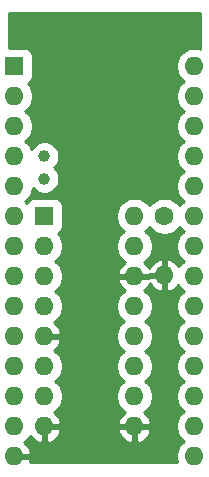
<source format=gbl>
%TF.GenerationSoftware,KiCad,Pcbnew,(5.1.9)-1*%
%TF.CreationDate,2021-05-06T14:47:01+08:00*%
%TF.ProjectId,ATD-20-Redux,4154442d-3230-42d5-9265-6475782e6b69,rev?*%
%TF.SameCoordinates,Original*%
%TF.FileFunction,Copper,L2,Bot*%
%TF.FilePolarity,Positive*%
%FSLAX46Y46*%
G04 Gerber Fmt 4.6, Leading zero omitted, Abs format (unit mm)*
G04 Created by KiCad (PCBNEW (5.1.9)-1) date 2021-05-06 14:47:01*
%MOMM*%
%LPD*%
G01*
G04 APERTURE LIST*
%TA.AperFunction,ComponentPad*%
%ADD10O,1.600000X1.600000*%
%TD*%
%TA.AperFunction,ComponentPad*%
%ADD11R,1.600000X1.600000*%
%TD*%
%TA.AperFunction,ComponentPad*%
%ADD12C,1.600000*%
%TD*%
%TA.AperFunction,ComponentPad*%
%ADD13C,1.000000*%
%TD*%
%TA.AperFunction,ViaPad*%
%ADD14C,0.800000*%
%TD*%
%TA.AperFunction,Conductor*%
%ADD15C,0.254000*%
%TD*%
%TA.AperFunction,Conductor*%
%ADD16C,0.100000*%
%TD*%
G04 APERTURE END LIST*
D10*
%TO.P,J1,28*%
%TO.N,VCC*%
X126365000Y-57150000D03*
%TO.P,J1,14*%
%TO.N,GND*%
X111125000Y-90170000D03*
%TO.P,J1,27*%
%TO.N,/~IOW*%
X126365000Y-59690000D03*
%TO.P,J1,13*%
%TO.N,Net-(J1-Pad13)*%
X111125000Y-87630000D03*
%TO.P,J1,26*%
%TO.N,Net-(J1-Pad26)*%
X126365000Y-62230000D03*
%TO.P,J1,12*%
%TO.N,Net-(J1-Pad12)*%
X111125000Y-85090000D03*
%TO.P,J1,25*%
%TO.N,Net-(J1-Pad25)*%
X126365000Y-64770000D03*
%TO.P,J1,11*%
%TO.N,/D0*%
X111125000Y-82550000D03*
%TO.P,J1,24*%
%TO.N,Net-(J1-Pad24)*%
X126365000Y-67310000D03*
%TO.P,J1,10*%
%TO.N,Net-(J1-Pad10)*%
X111125000Y-80010000D03*
%TO.P,J1,23*%
%TO.N,Net-(J1-Pad23)*%
X126365000Y-69850000D03*
%TO.P,J1,9*%
%TO.N,Net-(J1-Pad9)*%
X111125000Y-77470000D03*
%TO.P,J1,22*%
%TO.N,/~IOR*%
X126365000Y-72390000D03*
%TO.P,J1,8*%
%TO.N,Net-(J1-Pad8)*%
X111125000Y-74930000D03*
%TO.P,J1,21*%
%TO.N,Net-(J1-Pad21)*%
X126365000Y-74930000D03*
%TO.P,J1,7*%
%TO.N,Net-(J1-Pad7)*%
X111125000Y-72390000D03*
%TO.P,J1,20*%
%TO.N,/~CS_RTC*%
X126365000Y-77470000D03*
%TO.P,J1,6*%
%TO.N,Net-(J1-Pad6)*%
X111125000Y-69850000D03*
%TO.P,J1,19*%
%TO.N,Net-(J1-Pad19)*%
X126365000Y-80010000D03*
%TO.P,J1,5*%
%TO.N,Net-(J1-Pad5)*%
X111125000Y-67310000D03*
%TO.P,J1,18*%
%TO.N,Net-(J1-Pad18)*%
X126365000Y-82550000D03*
%TO.P,J1,4*%
%TO.N,Net-(J1-Pad4)*%
X111125000Y-64770000D03*
%TO.P,J1,17*%
%TO.N,Net-(J1-Pad17)*%
X126365000Y-85090000D03*
%TO.P,J1,3*%
%TO.N,Net-(J1-Pad3)*%
X111125000Y-62230000D03*
%TO.P,J1,16*%
%TO.N,Net-(J1-Pad16)*%
X126365000Y-87630000D03*
%TO.P,J1,2*%
%TO.N,Net-(J1-Pad2)*%
X111125000Y-59690000D03*
%TO.P,J1,15*%
%TO.N,Net-(J1-Pad15)*%
X126365000Y-90170000D03*
D11*
%TO.P,J1,1*%
%TO.N,Net-(J1-Pad1)*%
X111125000Y-57150000D03*
%TD*%
D10*
%TO.P,C1,2*%
%TO.N,GND*%
X123825000Y-74850000D03*
D12*
%TO.P,C1,1*%
%TO.N,VCC*%
X123825000Y-69850000D03*
%TD*%
D10*
%TO.P,U1,16*%
%TO.N,VCC*%
X121285000Y-69850000D03*
%TO.P,U1,8*%
%TO.N,GND*%
X113665000Y-87630000D03*
%TO.P,U1,15*%
%TO.N,Net-(U1-Pad15)*%
X121285000Y-72390000D03*
%TO.P,U1,7*%
%TO.N,/D0*%
X113665000Y-85090000D03*
%TO.P,U1,14*%
%TO.N,GND*%
X121285000Y-74930000D03*
%TO.P,U1,6*%
%TO.N,/D0*%
X113665000Y-82550000D03*
%TO.P,U1,13*%
%TO.N,VCC*%
X121285000Y-77470000D03*
%TO.P,U1,5*%
%TO.N,GND*%
X113665000Y-80010000D03*
%TO.P,U1,12*%
%TO.N,/~IOR*%
X121285000Y-80010000D03*
%TO.P,U1,4*%
%TO.N,Net-(BAT1-Pad1)*%
X113665000Y-77470000D03*
%TO.P,U1,11*%
%TO.N,/~CS_RTC*%
X121285000Y-82550000D03*
%TO.P,U1,3*%
%TO.N,/~IOW*%
X113665000Y-74930000D03*
%TO.P,U1,10*%
%TO.N,Net-(U1-Pad10)*%
X121285000Y-85090000D03*
%TO.P,U1,2*%
%TO.N,/XTAL2*%
X113665000Y-72390000D03*
%TO.P,U1,9*%
%TO.N,GND*%
X121285000Y-87630000D03*
D11*
%TO.P,U1,1*%
%TO.N,/XTAL1*%
X113665000Y-69850000D03*
%TD*%
D13*
%TO.P,Y1,1*%
%TO.N,/XTAL1*%
X113665000Y-66675000D03*
%TO.P,Y1,2*%
%TO.N,/XTAL2*%
X113665000Y-64775000D03*
%TD*%
D14*
%TO.N,GND*%
X116205000Y-87630000D03*
X116205000Y-85090000D03*
X116205000Y-82550000D03*
X118745000Y-82550000D03*
X118745000Y-85090000D03*
X118745000Y-87630000D03*
X112395000Y-53975000D03*
X125095000Y-53975000D03*
X118745000Y-53975000D03*
X121920000Y-53975000D03*
X115570000Y-53975000D03*
%TD*%
D15*
%TO.N,GND*%
X126848000Y-52666347D02*
X126848000Y-55659369D01*
X126820619Y-55648027D01*
X126518844Y-55588000D01*
X126211156Y-55588000D01*
X125909381Y-55648027D01*
X125625115Y-55765773D01*
X125369283Y-55936715D01*
X125151715Y-56154283D01*
X124980773Y-56410115D01*
X124863027Y-56694381D01*
X124803000Y-56996156D01*
X124803000Y-57303844D01*
X124863027Y-57605619D01*
X124980773Y-57889885D01*
X125151715Y-58145717D01*
X125369283Y-58363285D01*
X125454163Y-58420000D01*
X125369283Y-58476715D01*
X125151715Y-58694283D01*
X124980773Y-58950115D01*
X124863027Y-59234381D01*
X124803000Y-59536156D01*
X124803000Y-59843844D01*
X124863027Y-60145619D01*
X124980773Y-60429885D01*
X125151715Y-60685717D01*
X125369283Y-60903285D01*
X125454163Y-60960000D01*
X125369283Y-61016715D01*
X125151715Y-61234283D01*
X124980773Y-61490115D01*
X124863027Y-61774381D01*
X124803000Y-62076156D01*
X124803000Y-62383844D01*
X124863027Y-62685619D01*
X124980773Y-62969885D01*
X125151715Y-63225717D01*
X125369283Y-63443285D01*
X125454163Y-63500000D01*
X125369283Y-63556715D01*
X125151715Y-63774283D01*
X124980773Y-64030115D01*
X124863027Y-64314381D01*
X124803000Y-64616156D01*
X124803000Y-64923844D01*
X124863027Y-65225619D01*
X124980773Y-65509885D01*
X125151715Y-65765717D01*
X125369283Y-65983285D01*
X125454163Y-66040000D01*
X125369283Y-66096715D01*
X125151715Y-66314283D01*
X124980773Y-66570115D01*
X124863027Y-66854381D01*
X124803000Y-67156156D01*
X124803000Y-67463844D01*
X124863027Y-67765619D01*
X124980773Y-68049885D01*
X125151715Y-68305717D01*
X125369283Y-68523285D01*
X125454163Y-68580000D01*
X125369283Y-68636715D01*
X125151715Y-68854283D01*
X125095000Y-68939163D01*
X125038285Y-68854283D01*
X124820717Y-68636715D01*
X124564885Y-68465773D01*
X124280619Y-68348027D01*
X123978844Y-68288000D01*
X123671156Y-68288000D01*
X123369381Y-68348027D01*
X123085115Y-68465773D01*
X122829283Y-68636715D01*
X122611715Y-68854283D01*
X122555000Y-68939163D01*
X122498285Y-68854283D01*
X122280717Y-68636715D01*
X122024885Y-68465773D01*
X121740619Y-68348027D01*
X121438844Y-68288000D01*
X121131156Y-68288000D01*
X120829381Y-68348027D01*
X120545115Y-68465773D01*
X120289283Y-68636715D01*
X120071715Y-68854283D01*
X119900773Y-69110115D01*
X119783027Y-69394381D01*
X119723000Y-69696156D01*
X119723000Y-70003844D01*
X119783027Y-70305619D01*
X119900773Y-70589885D01*
X120071715Y-70845717D01*
X120289283Y-71063285D01*
X120374163Y-71120000D01*
X120289283Y-71176715D01*
X120071715Y-71394283D01*
X119900773Y-71650115D01*
X119783027Y-71934381D01*
X119723000Y-72236156D01*
X119723000Y-72543844D01*
X119783027Y-72845619D01*
X119900773Y-73129885D01*
X120071715Y-73385717D01*
X120289283Y-73603285D01*
X120493275Y-73739588D01*
X120429869Y-73777615D01*
X120221481Y-73966586D01*
X120053963Y-74192580D01*
X119933754Y-74446913D01*
X119893096Y-74580961D01*
X120015085Y-74803000D01*
X121158000Y-74803000D01*
X121158000Y-74783000D01*
X121412000Y-74783000D01*
X121412000Y-74803000D01*
X122554915Y-74803000D01*
X122598867Y-74723000D01*
X123698000Y-74723000D01*
X123698000Y-73580085D01*
X123475961Y-73458096D01*
X123341913Y-73498754D01*
X123087580Y-73618963D01*
X122861586Y-73786481D01*
X122672615Y-73994869D01*
X122532787Y-74228020D01*
X122516037Y-74192580D01*
X122348519Y-73966586D01*
X122140131Y-73777615D01*
X122076725Y-73739588D01*
X122280717Y-73603285D01*
X122498285Y-73385717D01*
X122669227Y-73129885D01*
X122786973Y-72845619D01*
X122847000Y-72543844D01*
X122847000Y-72236156D01*
X122786973Y-71934381D01*
X122669227Y-71650115D01*
X122498285Y-71394283D01*
X122280717Y-71176715D01*
X122195837Y-71120000D01*
X122280717Y-71063285D01*
X122498285Y-70845717D01*
X122555000Y-70760837D01*
X122611715Y-70845717D01*
X122829283Y-71063285D01*
X123085115Y-71234227D01*
X123369381Y-71351973D01*
X123671156Y-71412000D01*
X123978844Y-71412000D01*
X124280619Y-71351973D01*
X124564885Y-71234227D01*
X124820717Y-71063285D01*
X125038285Y-70845717D01*
X125095000Y-70760837D01*
X125151715Y-70845717D01*
X125369283Y-71063285D01*
X125454163Y-71120000D01*
X125369283Y-71176715D01*
X125151715Y-71394283D01*
X124980773Y-71650115D01*
X124863027Y-71934381D01*
X124803000Y-72236156D01*
X124803000Y-72543844D01*
X124863027Y-72845619D01*
X124980773Y-73129885D01*
X125151715Y-73385717D01*
X125369283Y-73603285D01*
X125454163Y-73660000D01*
X125369283Y-73716715D01*
X125151715Y-73934283D01*
X125040696Y-74100434D01*
X124977385Y-73994869D01*
X124788414Y-73786481D01*
X124562420Y-73618963D01*
X124308087Y-73498754D01*
X124174039Y-73458096D01*
X123952000Y-73580085D01*
X123952000Y-74723000D01*
X123972000Y-74723000D01*
X123972000Y-74977000D01*
X123952000Y-74977000D01*
X123952000Y-76119915D01*
X124174039Y-76241904D01*
X124308087Y-76201246D01*
X124562420Y-76081037D01*
X124788414Y-75913519D01*
X124977385Y-75705131D01*
X124990127Y-75683884D01*
X125151715Y-75925717D01*
X125369283Y-76143285D01*
X125454163Y-76200000D01*
X125369283Y-76256715D01*
X125151715Y-76474283D01*
X124980773Y-76730115D01*
X124863027Y-77014381D01*
X124803000Y-77316156D01*
X124803000Y-77623844D01*
X124863027Y-77925619D01*
X124980773Y-78209885D01*
X125151715Y-78465717D01*
X125369283Y-78683285D01*
X125454163Y-78740000D01*
X125369283Y-78796715D01*
X125151715Y-79014283D01*
X124980773Y-79270115D01*
X124863027Y-79554381D01*
X124803000Y-79856156D01*
X124803000Y-80163844D01*
X124863027Y-80465619D01*
X124980773Y-80749885D01*
X125151715Y-81005717D01*
X125369283Y-81223285D01*
X125454163Y-81280000D01*
X125369283Y-81336715D01*
X125151715Y-81554283D01*
X124980773Y-81810115D01*
X124863027Y-82094381D01*
X124803000Y-82396156D01*
X124803000Y-82703844D01*
X124863027Y-83005619D01*
X124980773Y-83289885D01*
X125151715Y-83545717D01*
X125369283Y-83763285D01*
X125454163Y-83820000D01*
X125369283Y-83876715D01*
X125151715Y-84094283D01*
X124980773Y-84350115D01*
X124863027Y-84634381D01*
X124803000Y-84936156D01*
X124803000Y-85243844D01*
X124863027Y-85545619D01*
X124980773Y-85829885D01*
X125151715Y-86085717D01*
X125369283Y-86303285D01*
X125454163Y-86360000D01*
X125369283Y-86416715D01*
X125151715Y-86634283D01*
X124980773Y-86890115D01*
X124863027Y-87174381D01*
X124803000Y-87476156D01*
X124803000Y-87783844D01*
X124863027Y-88085619D01*
X124980773Y-88369885D01*
X125151715Y-88625717D01*
X125369283Y-88843285D01*
X125454163Y-88900000D01*
X125369283Y-88956715D01*
X125151715Y-89174283D01*
X124980773Y-89430115D01*
X124863027Y-89714381D01*
X124803000Y-90016156D01*
X124803000Y-90323844D01*
X124863027Y-90625619D01*
X124874369Y-90653000D01*
X112476272Y-90653000D01*
X112516904Y-90519039D01*
X112394915Y-90297000D01*
X111252000Y-90297000D01*
X111252000Y-90317000D01*
X110998000Y-90317000D01*
X110998000Y-90297000D01*
X110978000Y-90297000D01*
X110978000Y-90043000D01*
X110998000Y-90043000D01*
X110998000Y-90023000D01*
X111252000Y-90023000D01*
X111252000Y-90043000D01*
X112394915Y-90043000D01*
X112516904Y-89820961D01*
X112476246Y-89686913D01*
X112356037Y-89432580D01*
X112188519Y-89206586D01*
X111980131Y-89017615D01*
X111916725Y-88979588D01*
X112120717Y-88843285D01*
X112338285Y-88625717D01*
X112474412Y-88421989D01*
X112601481Y-88593414D01*
X112809869Y-88782385D01*
X113051119Y-88927070D01*
X113315960Y-89021909D01*
X113538000Y-88900624D01*
X113538000Y-87757000D01*
X113792000Y-87757000D01*
X113792000Y-88900624D01*
X114014040Y-89021909D01*
X114278881Y-88927070D01*
X114520131Y-88782385D01*
X114728519Y-88593414D01*
X114896037Y-88367420D01*
X115016246Y-88113087D01*
X115056904Y-87979039D01*
X119893096Y-87979039D01*
X119933754Y-88113087D01*
X120053963Y-88367420D01*
X120221481Y-88593414D01*
X120429869Y-88782385D01*
X120671119Y-88927070D01*
X120935960Y-89021909D01*
X121158000Y-88900624D01*
X121158000Y-87757000D01*
X121412000Y-87757000D01*
X121412000Y-88900624D01*
X121634040Y-89021909D01*
X121898881Y-88927070D01*
X122140131Y-88782385D01*
X122348519Y-88593414D01*
X122516037Y-88367420D01*
X122636246Y-88113087D01*
X122676904Y-87979039D01*
X122554915Y-87757000D01*
X121412000Y-87757000D01*
X121158000Y-87757000D01*
X120015085Y-87757000D01*
X119893096Y-87979039D01*
X115056904Y-87979039D01*
X114934915Y-87757000D01*
X113792000Y-87757000D01*
X113538000Y-87757000D01*
X113518000Y-87757000D01*
X113518000Y-87503000D01*
X113538000Y-87503000D01*
X113538000Y-87483000D01*
X113792000Y-87483000D01*
X113792000Y-87503000D01*
X114934915Y-87503000D01*
X115056904Y-87280961D01*
X115016246Y-87146913D01*
X114896037Y-86892580D01*
X114728519Y-86666586D01*
X114520131Y-86477615D01*
X114456725Y-86439588D01*
X114660717Y-86303285D01*
X114878285Y-86085717D01*
X115049227Y-85829885D01*
X115166973Y-85545619D01*
X115227000Y-85243844D01*
X115227000Y-84936156D01*
X115166973Y-84634381D01*
X115049227Y-84350115D01*
X114878285Y-84094283D01*
X114660717Y-83876715D01*
X114575837Y-83820000D01*
X114660717Y-83763285D01*
X114878285Y-83545717D01*
X115049227Y-83289885D01*
X115166973Y-83005619D01*
X115227000Y-82703844D01*
X115227000Y-82396156D01*
X115166973Y-82094381D01*
X115049227Y-81810115D01*
X114878285Y-81554283D01*
X114660717Y-81336715D01*
X114456725Y-81200412D01*
X114520131Y-81162385D01*
X114728519Y-80973414D01*
X114896037Y-80747420D01*
X115016246Y-80493087D01*
X115056904Y-80359039D01*
X114934915Y-80137000D01*
X113792000Y-80137000D01*
X113792000Y-80157000D01*
X113538000Y-80157000D01*
X113538000Y-80137000D01*
X113518000Y-80137000D01*
X113518000Y-79883000D01*
X113538000Y-79883000D01*
X113538000Y-79863000D01*
X113792000Y-79863000D01*
X113792000Y-79883000D01*
X114934915Y-79883000D01*
X115056904Y-79660961D01*
X115016246Y-79526913D01*
X114896037Y-79272580D01*
X114728519Y-79046586D01*
X114520131Y-78857615D01*
X114456725Y-78819588D01*
X114660717Y-78683285D01*
X114878285Y-78465717D01*
X115049227Y-78209885D01*
X115166973Y-77925619D01*
X115227000Y-77623844D01*
X115227000Y-77316156D01*
X119723000Y-77316156D01*
X119723000Y-77623844D01*
X119783027Y-77925619D01*
X119900773Y-78209885D01*
X120071715Y-78465717D01*
X120289283Y-78683285D01*
X120374163Y-78740000D01*
X120289283Y-78796715D01*
X120071715Y-79014283D01*
X119900773Y-79270115D01*
X119783027Y-79554381D01*
X119723000Y-79856156D01*
X119723000Y-80163844D01*
X119783027Y-80465619D01*
X119900773Y-80749885D01*
X120071715Y-81005717D01*
X120289283Y-81223285D01*
X120374163Y-81280000D01*
X120289283Y-81336715D01*
X120071715Y-81554283D01*
X119900773Y-81810115D01*
X119783027Y-82094381D01*
X119723000Y-82396156D01*
X119723000Y-82703844D01*
X119783027Y-83005619D01*
X119900773Y-83289885D01*
X120071715Y-83545717D01*
X120289283Y-83763285D01*
X120374163Y-83820000D01*
X120289283Y-83876715D01*
X120071715Y-84094283D01*
X119900773Y-84350115D01*
X119783027Y-84634381D01*
X119723000Y-84936156D01*
X119723000Y-85243844D01*
X119783027Y-85545619D01*
X119900773Y-85829885D01*
X120071715Y-86085717D01*
X120289283Y-86303285D01*
X120493275Y-86439588D01*
X120429869Y-86477615D01*
X120221481Y-86666586D01*
X120053963Y-86892580D01*
X119933754Y-87146913D01*
X119893096Y-87280961D01*
X120015085Y-87503000D01*
X121158000Y-87503000D01*
X121158000Y-87483000D01*
X121412000Y-87483000D01*
X121412000Y-87503000D01*
X122554915Y-87503000D01*
X122676904Y-87280961D01*
X122636246Y-87146913D01*
X122516037Y-86892580D01*
X122348519Y-86666586D01*
X122140131Y-86477615D01*
X122076725Y-86439588D01*
X122280717Y-86303285D01*
X122498285Y-86085717D01*
X122669227Y-85829885D01*
X122786973Y-85545619D01*
X122847000Y-85243844D01*
X122847000Y-84936156D01*
X122786973Y-84634381D01*
X122669227Y-84350115D01*
X122498285Y-84094283D01*
X122280717Y-83876715D01*
X122195837Y-83820000D01*
X122280717Y-83763285D01*
X122498285Y-83545717D01*
X122669227Y-83289885D01*
X122786973Y-83005619D01*
X122847000Y-82703844D01*
X122847000Y-82396156D01*
X122786973Y-82094381D01*
X122669227Y-81810115D01*
X122498285Y-81554283D01*
X122280717Y-81336715D01*
X122195837Y-81280000D01*
X122280717Y-81223285D01*
X122498285Y-81005717D01*
X122669227Y-80749885D01*
X122786973Y-80465619D01*
X122847000Y-80163844D01*
X122847000Y-79856156D01*
X122786973Y-79554381D01*
X122669227Y-79270115D01*
X122498285Y-79014283D01*
X122280717Y-78796715D01*
X122195837Y-78740000D01*
X122280717Y-78683285D01*
X122498285Y-78465717D01*
X122669227Y-78209885D01*
X122786973Y-77925619D01*
X122847000Y-77623844D01*
X122847000Y-77316156D01*
X122786973Y-77014381D01*
X122669227Y-76730115D01*
X122498285Y-76474283D01*
X122280717Y-76256715D01*
X122076725Y-76120412D01*
X122140131Y-76082385D01*
X122348519Y-75893414D01*
X122516037Y-75667420D01*
X122575080Y-75542500D01*
X122672615Y-75705131D01*
X122861586Y-75913519D01*
X123087580Y-76081037D01*
X123341913Y-76201246D01*
X123475961Y-76241904D01*
X123698000Y-76119915D01*
X123698000Y-74977000D01*
X122554376Y-74977000D01*
X122510678Y-75057000D01*
X121412000Y-75057000D01*
X121412000Y-75077000D01*
X121158000Y-75077000D01*
X121158000Y-75057000D01*
X120015085Y-75057000D01*
X119893096Y-75279039D01*
X119933754Y-75413087D01*
X120053963Y-75667420D01*
X120221481Y-75893414D01*
X120429869Y-76082385D01*
X120493275Y-76120412D01*
X120289283Y-76256715D01*
X120071715Y-76474283D01*
X119900773Y-76730115D01*
X119783027Y-77014381D01*
X119723000Y-77316156D01*
X115227000Y-77316156D01*
X115166973Y-77014381D01*
X115049227Y-76730115D01*
X114878285Y-76474283D01*
X114660717Y-76256715D01*
X114575837Y-76200000D01*
X114660717Y-76143285D01*
X114878285Y-75925717D01*
X115049227Y-75669885D01*
X115166973Y-75385619D01*
X115227000Y-75083844D01*
X115227000Y-74776156D01*
X115166973Y-74474381D01*
X115049227Y-74190115D01*
X114878285Y-73934283D01*
X114660717Y-73716715D01*
X114575837Y-73660000D01*
X114660717Y-73603285D01*
X114878285Y-73385717D01*
X115049227Y-73129885D01*
X115166973Y-72845619D01*
X115227000Y-72543844D01*
X115227000Y-72236156D01*
X115166973Y-71934381D01*
X115049227Y-71650115D01*
X114878285Y-71394283D01*
X114812357Y-71328355D01*
X114890392Y-71286645D01*
X115006422Y-71191422D01*
X115101645Y-71075392D01*
X115172402Y-70943015D01*
X115215974Y-70799378D01*
X115230686Y-70650000D01*
X115230686Y-69050000D01*
X115215974Y-68900622D01*
X115172402Y-68756985D01*
X115101645Y-68624608D01*
X115006422Y-68508578D01*
X114890392Y-68413355D01*
X114758015Y-68342598D01*
X114614378Y-68299026D01*
X114465000Y-68284314D01*
X112865000Y-68284314D01*
X112715622Y-68299026D01*
X112571985Y-68342598D01*
X112439608Y-68413355D01*
X112323578Y-68508578D01*
X112228355Y-68624608D01*
X112186645Y-68702643D01*
X112120717Y-68636715D01*
X112035837Y-68580000D01*
X112120717Y-68523285D01*
X112338285Y-68305717D01*
X112509227Y-68049885D01*
X112626973Y-67765619D01*
X112684085Y-67478497D01*
X112684741Y-67479478D01*
X112860522Y-67655259D01*
X113067219Y-67793370D01*
X113296888Y-67888502D01*
X113540704Y-67937000D01*
X113789296Y-67937000D01*
X114033112Y-67888502D01*
X114262781Y-67793370D01*
X114469478Y-67655259D01*
X114645259Y-67479478D01*
X114783370Y-67272781D01*
X114878502Y-67043112D01*
X114927000Y-66799296D01*
X114927000Y-66550704D01*
X114878502Y-66306888D01*
X114783370Y-66077219D01*
X114645259Y-65870522D01*
X114499737Y-65725000D01*
X114645259Y-65579478D01*
X114783370Y-65372781D01*
X114878502Y-65143112D01*
X114927000Y-64899296D01*
X114927000Y-64650704D01*
X114878502Y-64406888D01*
X114783370Y-64177219D01*
X114645259Y-63970522D01*
X114469478Y-63794741D01*
X114262781Y-63656630D01*
X114033112Y-63561498D01*
X113789296Y-63513000D01*
X113540704Y-63513000D01*
X113296888Y-63561498D01*
X113067219Y-63656630D01*
X112860522Y-63794741D01*
X112684741Y-63970522D01*
X112561155Y-64155481D01*
X112509227Y-64030115D01*
X112338285Y-63774283D01*
X112120717Y-63556715D01*
X112035837Y-63500000D01*
X112120717Y-63443285D01*
X112338285Y-63225717D01*
X112509227Y-62969885D01*
X112626973Y-62685619D01*
X112687000Y-62383844D01*
X112687000Y-62076156D01*
X112626973Y-61774381D01*
X112509227Y-61490115D01*
X112338285Y-61234283D01*
X112120717Y-61016715D01*
X112035837Y-60960000D01*
X112120717Y-60903285D01*
X112338285Y-60685717D01*
X112509227Y-60429885D01*
X112626973Y-60145619D01*
X112687000Y-59843844D01*
X112687000Y-59536156D01*
X112626973Y-59234381D01*
X112509227Y-58950115D01*
X112338285Y-58694283D01*
X112272357Y-58628355D01*
X112350392Y-58586645D01*
X112466422Y-58491422D01*
X112561645Y-58375392D01*
X112632402Y-58243015D01*
X112675974Y-58099378D01*
X112690686Y-57950000D01*
X112690686Y-56350000D01*
X112675974Y-56200622D01*
X112632402Y-56056985D01*
X112561645Y-55924608D01*
X112466422Y-55808578D01*
X112350392Y-55713355D01*
X112218015Y-55642598D01*
X112074378Y-55599026D01*
X111925000Y-55584314D01*
X110642001Y-55584314D01*
X110642001Y-52666345D01*
X110641143Y-52657632D01*
X126848858Y-52657632D01*
X126848000Y-52666347D01*
%TA.AperFunction,Conductor*%
D16*
G36*
X126848000Y-52666347D02*
G01*
X126848000Y-55659369D01*
X126820619Y-55648027D01*
X126518844Y-55588000D01*
X126211156Y-55588000D01*
X125909381Y-55648027D01*
X125625115Y-55765773D01*
X125369283Y-55936715D01*
X125151715Y-56154283D01*
X124980773Y-56410115D01*
X124863027Y-56694381D01*
X124803000Y-56996156D01*
X124803000Y-57303844D01*
X124863027Y-57605619D01*
X124980773Y-57889885D01*
X125151715Y-58145717D01*
X125369283Y-58363285D01*
X125454163Y-58420000D01*
X125369283Y-58476715D01*
X125151715Y-58694283D01*
X124980773Y-58950115D01*
X124863027Y-59234381D01*
X124803000Y-59536156D01*
X124803000Y-59843844D01*
X124863027Y-60145619D01*
X124980773Y-60429885D01*
X125151715Y-60685717D01*
X125369283Y-60903285D01*
X125454163Y-60960000D01*
X125369283Y-61016715D01*
X125151715Y-61234283D01*
X124980773Y-61490115D01*
X124863027Y-61774381D01*
X124803000Y-62076156D01*
X124803000Y-62383844D01*
X124863027Y-62685619D01*
X124980773Y-62969885D01*
X125151715Y-63225717D01*
X125369283Y-63443285D01*
X125454163Y-63500000D01*
X125369283Y-63556715D01*
X125151715Y-63774283D01*
X124980773Y-64030115D01*
X124863027Y-64314381D01*
X124803000Y-64616156D01*
X124803000Y-64923844D01*
X124863027Y-65225619D01*
X124980773Y-65509885D01*
X125151715Y-65765717D01*
X125369283Y-65983285D01*
X125454163Y-66040000D01*
X125369283Y-66096715D01*
X125151715Y-66314283D01*
X124980773Y-66570115D01*
X124863027Y-66854381D01*
X124803000Y-67156156D01*
X124803000Y-67463844D01*
X124863027Y-67765619D01*
X124980773Y-68049885D01*
X125151715Y-68305717D01*
X125369283Y-68523285D01*
X125454163Y-68580000D01*
X125369283Y-68636715D01*
X125151715Y-68854283D01*
X125095000Y-68939163D01*
X125038285Y-68854283D01*
X124820717Y-68636715D01*
X124564885Y-68465773D01*
X124280619Y-68348027D01*
X123978844Y-68288000D01*
X123671156Y-68288000D01*
X123369381Y-68348027D01*
X123085115Y-68465773D01*
X122829283Y-68636715D01*
X122611715Y-68854283D01*
X122555000Y-68939163D01*
X122498285Y-68854283D01*
X122280717Y-68636715D01*
X122024885Y-68465773D01*
X121740619Y-68348027D01*
X121438844Y-68288000D01*
X121131156Y-68288000D01*
X120829381Y-68348027D01*
X120545115Y-68465773D01*
X120289283Y-68636715D01*
X120071715Y-68854283D01*
X119900773Y-69110115D01*
X119783027Y-69394381D01*
X119723000Y-69696156D01*
X119723000Y-70003844D01*
X119783027Y-70305619D01*
X119900773Y-70589885D01*
X120071715Y-70845717D01*
X120289283Y-71063285D01*
X120374163Y-71120000D01*
X120289283Y-71176715D01*
X120071715Y-71394283D01*
X119900773Y-71650115D01*
X119783027Y-71934381D01*
X119723000Y-72236156D01*
X119723000Y-72543844D01*
X119783027Y-72845619D01*
X119900773Y-73129885D01*
X120071715Y-73385717D01*
X120289283Y-73603285D01*
X120493275Y-73739588D01*
X120429869Y-73777615D01*
X120221481Y-73966586D01*
X120053963Y-74192580D01*
X119933754Y-74446913D01*
X119893096Y-74580961D01*
X120015085Y-74803000D01*
X121158000Y-74803000D01*
X121158000Y-74783000D01*
X121412000Y-74783000D01*
X121412000Y-74803000D01*
X122554915Y-74803000D01*
X122598867Y-74723000D01*
X123698000Y-74723000D01*
X123698000Y-73580085D01*
X123475961Y-73458096D01*
X123341913Y-73498754D01*
X123087580Y-73618963D01*
X122861586Y-73786481D01*
X122672615Y-73994869D01*
X122532787Y-74228020D01*
X122516037Y-74192580D01*
X122348519Y-73966586D01*
X122140131Y-73777615D01*
X122076725Y-73739588D01*
X122280717Y-73603285D01*
X122498285Y-73385717D01*
X122669227Y-73129885D01*
X122786973Y-72845619D01*
X122847000Y-72543844D01*
X122847000Y-72236156D01*
X122786973Y-71934381D01*
X122669227Y-71650115D01*
X122498285Y-71394283D01*
X122280717Y-71176715D01*
X122195837Y-71120000D01*
X122280717Y-71063285D01*
X122498285Y-70845717D01*
X122555000Y-70760837D01*
X122611715Y-70845717D01*
X122829283Y-71063285D01*
X123085115Y-71234227D01*
X123369381Y-71351973D01*
X123671156Y-71412000D01*
X123978844Y-71412000D01*
X124280619Y-71351973D01*
X124564885Y-71234227D01*
X124820717Y-71063285D01*
X125038285Y-70845717D01*
X125095000Y-70760837D01*
X125151715Y-70845717D01*
X125369283Y-71063285D01*
X125454163Y-71120000D01*
X125369283Y-71176715D01*
X125151715Y-71394283D01*
X124980773Y-71650115D01*
X124863027Y-71934381D01*
X124803000Y-72236156D01*
X124803000Y-72543844D01*
X124863027Y-72845619D01*
X124980773Y-73129885D01*
X125151715Y-73385717D01*
X125369283Y-73603285D01*
X125454163Y-73660000D01*
X125369283Y-73716715D01*
X125151715Y-73934283D01*
X125040696Y-74100434D01*
X124977385Y-73994869D01*
X124788414Y-73786481D01*
X124562420Y-73618963D01*
X124308087Y-73498754D01*
X124174039Y-73458096D01*
X123952000Y-73580085D01*
X123952000Y-74723000D01*
X123972000Y-74723000D01*
X123972000Y-74977000D01*
X123952000Y-74977000D01*
X123952000Y-76119915D01*
X124174039Y-76241904D01*
X124308087Y-76201246D01*
X124562420Y-76081037D01*
X124788414Y-75913519D01*
X124977385Y-75705131D01*
X124990127Y-75683884D01*
X125151715Y-75925717D01*
X125369283Y-76143285D01*
X125454163Y-76200000D01*
X125369283Y-76256715D01*
X125151715Y-76474283D01*
X124980773Y-76730115D01*
X124863027Y-77014381D01*
X124803000Y-77316156D01*
X124803000Y-77623844D01*
X124863027Y-77925619D01*
X124980773Y-78209885D01*
X125151715Y-78465717D01*
X125369283Y-78683285D01*
X125454163Y-78740000D01*
X125369283Y-78796715D01*
X125151715Y-79014283D01*
X124980773Y-79270115D01*
X124863027Y-79554381D01*
X124803000Y-79856156D01*
X124803000Y-80163844D01*
X124863027Y-80465619D01*
X124980773Y-80749885D01*
X125151715Y-81005717D01*
X125369283Y-81223285D01*
X125454163Y-81280000D01*
X125369283Y-81336715D01*
X125151715Y-81554283D01*
X124980773Y-81810115D01*
X124863027Y-82094381D01*
X124803000Y-82396156D01*
X124803000Y-82703844D01*
X124863027Y-83005619D01*
X124980773Y-83289885D01*
X125151715Y-83545717D01*
X125369283Y-83763285D01*
X125454163Y-83820000D01*
X125369283Y-83876715D01*
X125151715Y-84094283D01*
X124980773Y-84350115D01*
X124863027Y-84634381D01*
X124803000Y-84936156D01*
X124803000Y-85243844D01*
X124863027Y-85545619D01*
X124980773Y-85829885D01*
X125151715Y-86085717D01*
X125369283Y-86303285D01*
X125454163Y-86360000D01*
X125369283Y-86416715D01*
X125151715Y-86634283D01*
X124980773Y-86890115D01*
X124863027Y-87174381D01*
X124803000Y-87476156D01*
X124803000Y-87783844D01*
X124863027Y-88085619D01*
X124980773Y-88369885D01*
X125151715Y-88625717D01*
X125369283Y-88843285D01*
X125454163Y-88900000D01*
X125369283Y-88956715D01*
X125151715Y-89174283D01*
X124980773Y-89430115D01*
X124863027Y-89714381D01*
X124803000Y-90016156D01*
X124803000Y-90323844D01*
X124863027Y-90625619D01*
X124874369Y-90653000D01*
X112476272Y-90653000D01*
X112516904Y-90519039D01*
X112394915Y-90297000D01*
X111252000Y-90297000D01*
X111252000Y-90317000D01*
X110998000Y-90317000D01*
X110998000Y-90297000D01*
X110978000Y-90297000D01*
X110978000Y-90043000D01*
X110998000Y-90043000D01*
X110998000Y-90023000D01*
X111252000Y-90023000D01*
X111252000Y-90043000D01*
X112394915Y-90043000D01*
X112516904Y-89820961D01*
X112476246Y-89686913D01*
X112356037Y-89432580D01*
X112188519Y-89206586D01*
X111980131Y-89017615D01*
X111916725Y-88979588D01*
X112120717Y-88843285D01*
X112338285Y-88625717D01*
X112474412Y-88421989D01*
X112601481Y-88593414D01*
X112809869Y-88782385D01*
X113051119Y-88927070D01*
X113315960Y-89021909D01*
X113538000Y-88900624D01*
X113538000Y-87757000D01*
X113792000Y-87757000D01*
X113792000Y-88900624D01*
X114014040Y-89021909D01*
X114278881Y-88927070D01*
X114520131Y-88782385D01*
X114728519Y-88593414D01*
X114896037Y-88367420D01*
X115016246Y-88113087D01*
X115056904Y-87979039D01*
X119893096Y-87979039D01*
X119933754Y-88113087D01*
X120053963Y-88367420D01*
X120221481Y-88593414D01*
X120429869Y-88782385D01*
X120671119Y-88927070D01*
X120935960Y-89021909D01*
X121158000Y-88900624D01*
X121158000Y-87757000D01*
X121412000Y-87757000D01*
X121412000Y-88900624D01*
X121634040Y-89021909D01*
X121898881Y-88927070D01*
X122140131Y-88782385D01*
X122348519Y-88593414D01*
X122516037Y-88367420D01*
X122636246Y-88113087D01*
X122676904Y-87979039D01*
X122554915Y-87757000D01*
X121412000Y-87757000D01*
X121158000Y-87757000D01*
X120015085Y-87757000D01*
X119893096Y-87979039D01*
X115056904Y-87979039D01*
X114934915Y-87757000D01*
X113792000Y-87757000D01*
X113538000Y-87757000D01*
X113518000Y-87757000D01*
X113518000Y-87503000D01*
X113538000Y-87503000D01*
X113538000Y-87483000D01*
X113792000Y-87483000D01*
X113792000Y-87503000D01*
X114934915Y-87503000D01*
X115056904Y-87280961D01*
X115016246Y-87146913D01*
X114896037Y-86892580D01*
X114728519Y-86666586D01*
X114520131Y-86477615D01*
X114456725Y-86439588D01*
X114660717Y-86303285D01*
X114878285Y-86085717D01*
X115049227Y-85829885D01*
X115166973Y-85545619D01*
X115227000Y-85243844D01*
X115227000Y-84936156D01*
X115166973Y-84634381D01*
X115049227Y-84350115D01*
X114878285Y-84094283D01*
X114660717Y-83876715D01*
X114575837Y-83820000D01*
X114660717Y-83763285D01*
X114878285Y-83545717D01*
X115049227Y-83289885D01*
X115166973Y-83005619D01*
X115227000Y-82703844D01*
X115227000Y-82396156D01*
X115166973Y-82094381D01*
X115049227Y-81810115D01*
X114878285Y-81554283D01*
X114660717Y-81336715D01*
X114456725Y-81200412D01*
X114520131Y-81162385D01*
X114728519Y-80973414D01*
X114896037Y-80747420D01*
X115016246Y-80493087D01*
X115056904Y-80359039D01*
X114934915Y-80137000D01*
X113792000Y-80137000D01*
X113792000Y-80157000D01*
X113538000Y-80157000D01*
X113538000Y-80137000D01*
X113518000Y-80137000D01*
X113518000Y-79883000D01*
X113538000Y-79883000D01*
X113538000Y-79863000D01*
X113792000Y-79863000D01*
X113792000Y-79883000D01*
X114934915Y-79883000D01*
X115056904Y-79660961D01*
X115016246Y-79526913D01*
X114896037Y-79272580D01*
X114728519Y-79046586D01*
X114520131Y-78857615D01*
X114456725Y-78819588D01*
X114660717Y-78683285D01*
X114878285Y-78465717D01*
X115049227Y-78209885D01*
X115166973Y-77925619D01*
X115227000Y-77623844D01*
X115227000Y-77316156D01*
X119723000Y-77316156D01*
X119723000Y-77623844D01*
X119783027Y-77925619D01*
X119900773Y-78209885D01*
X120071715Y-78465717D01*
X120289283Y-78683285D01*
X120374163Y-78740000D01*
X120289283Y-78796715D01*
X120071715Y-79014283D01*
X119900773Y-79270115D01*
X119783027Y-79554381D01*
X119723000Y-79856156D01*
X119723000Y-80163844D01*
X119783027Y-80465619D01*
X119900773Y-80749885D01*
X120071715Y-81005717D01*
X120289283Y-81223285D01*
X120374163Y-81280000D01*
X120289283Y-81336715D01*
X120071715Y-81554283D01*
X119900773Y-81810115D01*
X119783027Y-82094381D01*
X119723000Y-82396156D01*
X119723000Y-82703844D01*
X119783027Y-83005619D01*
X119900773Y-83289885D01*
X120071715Y-83545717D01*
X120289283Y-83763285D01*
X120374163Y-83820000D01*
X120289283Y-83876715D01*
X120071715Y-84094283D01*
X119900773Y-84350115D01*
X119783027Y-84634381D01*
X119723000Y-84936156D01*
X119723000Y-85243844D01*
X119783027Y-85545619D01*
X119900773Y-85829885D01*
X120071715Y-86085717D01*
X120289283Y-86303285D01*
X120493275Y-86439588D01*
X120429869Y-86477615D01*
X120221481Y-86666586D01*
X120053963Y-86892580D01*
X119933754Y-87146913D01*
X119893096Y-87280961D01*
X120015085Y-87503000D01*
X121158000Y-87503000D01*
X121158000Y-87483000D01*
X121412000Y-87483000D01*
X121412000Y-87503000D01*
X122554915Y-87503000D01*
X122676904Y-87280961D01*
X122636246Y-87146913D01*
X122516037Y-86892580D01*
X122348519Y-86666586D01*
X122140131Y-86477615D01*
X122076725Y-86439588D01*
X122280717Y-86303285D01*
X122498285Y-86085717D01*
X122669227Y-85829885D01*
X122786973Y-85545619D01*
X122847000Y-85243844D01*
X122847000Y-84936156D01*
X122786973Y-84634381D01*
X122669227Y-84350115D01*
X122498285Y-84094283D01*
X122280717Y-83876715D01*
X122195837Y-83820000D01*
X122280717Y-83763285D01*
X122498285Y-83545717D01*
X122669227Y-83289885D01*
X122786973Y-83005619D01*
X122847000Y-82703844D01*
X122847000Y-82396156D01*
X122786973Y-82094381D01*
X122669227Y-81810115D01*
X122498285Y-81554283D01*
X122280717Y-81336715D01*
X122195837Y-81280000D01*
X122280717Y-81223285D01*
X122498285Y-81005717D01*
X122669227Y-80749885D01*
X122786973Y-80465619D01*
X122847000Y-80163844D01*
X122847000Y-79856156D01*
X122786973Y-79554381D01*
X122669227Y-79270115D01*
X122498285Y-79014283D01*
X122280717Y-78796715D01*
X122195837Y-78740000D01*
X122280717Y-78683285D01*
X122498285Y-78465717D01*
X122669227Y-78209885D01*
X122786973Y-77925619D01*
X122847000Y-77623844D01*
X122847000Y-77316156D01*
X122786973Y-77014381D01*
X122669227Y-76730115D01*
X122498285Y-76474283D01*
X122280717Y-76256715D01*
X122076725Y-76120412D01*
X122140131Y-76082385D01*
X122348519Y-75893414D01*
X122516037Y-75667420D01*
X122575080Y-75542500D01*
X122672615Y-75705131D01*
X122861586Y-75913519D01*
X123087580Y-76081037D01*
X123341913Y-76201246D01*
X123475961Y-76241904D01*
X123698000Y-76119915D01*
X123698000Y-74977000D01*
X122554376Y-74977000D01*
X122510678Y-75057000D01*
X121412000Y-75057000D01*
X121412000Y-75077000D01*
X121158000Y-75077000D01*
X121158000Y-75057000D01*
X120015085Y-75057000D01*
X119893096Y-75279039D01*
X119933754Y-75413087D01*
X120053963Y-75667420D01*
X120221481Y-75893414D01*
X120429869Y-76082385D01*
X120493275Y-76120412D01*
X120289283Y-76256715D01*
X120071715Y-76474283D01*
X119900773Y-76730115D01*
X119783027Y-77014381D01*
X119723000Y-77316156D01*
X115227000Y-77316156D01*
X115166973Y-77014381D01*
X115049227Y-76730115D01*
X114878285Y-76474283D01*
X114660717Y-76256715D01*
X114575837Y-76200000D01*
X114660717Y-76143285D01*
X114878285Y-75925717D01*
X115049227Y-75669885D01*
X115166973Y-75385619D01*
X115227000Y-75083844D01*
X115227000Y-74776156D01*
X115166973Y-74474381D01*
X115049227Y-74190115D01*
X114878285Y-73934283D01*
X114660717Y-73716715D01*
X114575837Y-73660000D01*
X114660717Y-73603285D01*
X114878285Y-73385717D01*
X115049227Y-73129885D01*
X115166973Y-72845619D01*
X115227000Y-72543844D01*
X115227000Y-72236156D01*
X115166973Y-71934381D01*
X115049227Y-71650115D01*
X114878285Y-71394283D01*
X114812357Y-71328355D01*
X114890392Y-71286645D01*
X115006422Y-71191422D01*
X115101645Y-71075392D01*
X115172402Y-70943015D01*
X115215974Y-70799378D01*
X115230686Y-70650000D01*
X115230686Y-69050000D01*
X115215974Y-68900622D01*
X115172402Y-68756985D01*
X115101645Y-68624608D01*
X115006422Y-68508578D01*
X114890392Y-68413355D01*
X114758015Y-68342598D01*
X114614378Y-68299026D01*
X114465000Y-68284314D01*
X112865000Y-68284314D01*
X112715622Y-68299026D01*
X112571985Y-68342598D01*
X112439608Y-68413355D01*
X112323578Y-68508578D01*
X112228355Y-68624608D01*
X112186645Y-68702643D01*
X112120717Y-68636715D01*
X112035837Y-68580000D01*
X112120717Y-68523285D01*
X112338285Y-68305717D01*
X112509227Y-68049885D01*
X112626973Y-67765619D01*
X112684085Y-67478497D01*
X112684741Y-67479478D01*
X112860522Y-67655259D01*
X113067219Y-67793370D01*
X113296888Y-67888502D01*
X113540704Y-67937000D01*
X113789296Y-67937000D01*
X114033112Y-67888502D01*
X114262781Y-67793370D01*
X114469478Y-67655259D01*
X114645259Y-67479478D01*
X114783370Y-67272781D01*
X114878502Y-67043112D01*
X114927000Y-66799296D01*
X114927000Y-66550704D01*
X114878502Y-66306888D01*
X114783370Y-66077219D01*
X114645259Y-65870522D01*
X114499737Y-65725000D01*
X114645259Y-65579478D01*
X114783370Y-65372781D01*
X114878502Y-65143112D01*
X114927000Y-64899296D01*
X114927000Y-64650704D01*
X114878502Y-64406888D01*
X114783370Y-64177219D01*
X114645259Y-63970522D01*
X114469478Y-63794741D01*
X114262781Y-63656630D01*
X114033112Y-63561498D01*
X113789296Y-63513000D01*
X113540704Y-63513000D01*
X113296888Y-63561498D01*
X113067219Y-63656630D01*
X112860522Y-63794741D01*
X112684741Y-63970522D01*
X112561155Y-64155481D01*
X112509227Y-64030115D01*
X112338285Y-63774283D01*
X112120717Y-63556715D01*
X112035837Y-63500000D01*
X112120717Y-63443285D01*
X112338285Y-63225717D01*
X112509227Y-62969885D01*
X112626973Y-62685619D01*
X112687000Y-62383844D01*
X112687000Y-62076156D01*
X112626973Y-61774381D01*
X112509227Y-61490115D01*
X112338285Y-61234283D01*
X112120717Y-61016715D01*
X112035837Y-60960000D01*
X112120717Y-60903285D01*
X112338285Y-60685717D01*
X112509227Y-60429885D01*
X112626973Y-60145619D01*
X112687000Y-59843844D01*
X112687000Y-59536156D01*
X112626973Y-59234381D01*
X112509227Y-58950115D01*
X112338285Y-58694283D01*
X112272357Y-58628355D01*
X112350392Y-58586645D01*
X112466422Y-58491422D01*
X112561645Y-58375392D01*
X112632402Y-58243015D01*
X112675974Y-58099378D01*
X112690686Y-57950000D01*
X112690686Y-56350000D01*
X112675974Y-56200622D01*
X112632402Y-56056985D01*
X112561645Y-55924608D01*
X112466422Y-55808578D01*
X112350392Y-55713355D01*
X112218015Y-55642598D01*
X112074378Y-55599026D01*
X111925000Y-55584314D01*
X110642001Y-55584314D01*
X110642001Y-52666345D01*
X110641143Y-52657632D01*
X126848858Y-52657632D01*
X126848000Y-52666347D01*
G37*
%TD.AperFunction*%
%TD*%
M02*

</source>
